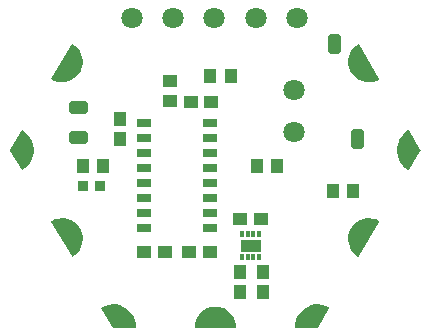
<source format=gbr>
G04 EAGLE Gerber RS-274X export*
G75*
%MOMM*%
%FSLAX34Y34*%
%LPD*%
%INSoldermask Top*%
%IPPOS*%
%AMOC8*
5,1,8,0,0,1.08239X$1,22.5*%
G01*
%ADD10R,0.901600X0.901600*%
%ADD11R,1.101600X1.201600*%
%ADD12C,0.605878*%
%ADD13C,1.101600*%
%ADD14R,1.301600X0.701600*%
%ADD15R,1.201600X1.101600*%
%ADD16C,1.801600*%
%ADD17R,0.351600X0.601600*%
%ADD18R,1.701600X1.001600*%

G36*
X363231Y195709D02*
X363231Y195709D01*
X363260Y195706D01*
X363327Y195728D01*
X363397Y195742D01*
X363421Y195759D01*
X363449Y195768D01*
X363502Y195815D01*
X363561Y195855D01*
X363577Y195879D01*
X363599Y195899D01*
X363630Y195963D01*
X363668Y196022D01*
X363673Y196051D01*
X363685Y196077D01*
X363694Y196177D01*
X363701Y196219D01*
X363698Y196229D01*
X363700Y196243D01*
X363468Y199041D01*
X363458Y199075D01*
X363454Y199123D01*
X362765Y201844D01*
X362750Y201876D01*
X362738Y201922D01*
X361610Y204494D01*
X361590Y204522D01*
X361571Y204566D01*
X360035Y206917D01*
X360011Y206941D01*
X359985Y206982D01*
X358083Y209047D01*
X358055Y209068D01*
X358022Y209103D01*
X355807Y210828D01*
X355776Y210843D01*
X355738Y210873D01*
X353268Y212209D01*
X353235Y212219D01*
X353193Y212242D01*
X352007Y212650D01*
X350553Y213149D01*
X350537Y213154D01*
X350503Y213159D01*
X350457Y213174D01*
X347688Y213636D01*
X347653Y213635D01*
X347606Y213643D01*
X344798Y213643D01*
X344764Y213636D01*
X344716Y213636D01*
X341947Y213174D01*
X341914Y213162D01*
X341867Y213154D01*
X339211Y212242D01*
X339181Y212225D01*
X339136Y212209D01*
X336666Y210873D01*
X336640Y210851D01*
X336597Y210828D01*
X334382Y209103D01*
X334359Y209077D01*
X334321Y209047D01*
X332419Y206982D01*
X332401Y206952D01*
X332369Y206917D01*
X330833Y204566D01*
X330820Y204534D01*
X330794Y204494D01*
X329666Y201922D01*
X329659Y201889D01*
X329656Y201882D01*
X329650Y201873D01*
X329649Y201867D01*
X329639Y201844D01*
X328950Y199123D01*
X328948Y199088D01*
X328936Y199041D01*
X328704Y196243D01*
X328708Y196214D01*
X328703Y196185D01*
X328720Y196116D01*
X328728Y196046D01*
X328742Y196020D01*
X328749Y195992D01*
X328791Y195935D01*
X328826Y195873D01*
X328850Y195855D01*
X328867Y195832D01*
X328928Y195796D01*
X328985Y195753D01*
X329013Y195745D01*
X329038Y195730D01*
X329136Y195714D01*
X329177Y195703D01*
X329188Y195705D01*
X329202Y195703D01*
X363202Y195703D01*
X363231Y195709D01*
G37*
G36*
X224809Y256012D02*
X224809Y256012D01*
X224880Y256009D01*
X224907Y256019D01*
X224936Y256021D01*
X225026Y256063D01*
X225066Y256078D01*
X225074Y256086D01*
X225087Y256092D01*
X227390Y257691D01*
X227414Y257717D01*
X227454Y257744D01*
X229463Y259701D01*
X229482Y259730D01*
X229517Y259763D01*
X231176Y262024D01*
X231191Y262055D01*
X231220Y262094D01*
X232484Y264597D01*
X232493Y264631D01*
X232515Y264674D01*
X233351Y267351D01*
X233354Y267385D01*
X233369Y267431D01*
X233752Y270210D01*
X233750Y270244D01*
X233756Y270292D01*
X233677Y273095D01*
X233669Y273129D01*
X233668Y273177D01*
X233129Y275929D01*
X233115Y275961D01*
X233106Y276009D01*
X232121Y278634D01*
X232106Y278659D01*
X232101Y278679D01*
X232093Y278690D01*
X232086Y278709D01*
X230682Y281137D01*
X230659Y281163D01*
X230635Y281205D01*
X228851Y283368D01*
X228824Y283390D01*
X228793Y283427D01*
X226677Y285268D01*
X226647Y285285D01*
X226611Y285317D01*
X224220Y286784D01*
X224188Y286795D01*
X224147Y286821D01*
X221548Y287874D01*
X221514Y287881D01*
X221469Y287899D01*
X218732Y288510D01*
X218697Y288511D01*
X218650Y288522D01*
X215850Y288674D01*
X215816Y288669D01*
X215768Y288672D01*
X212980Y288362D01*
X212947Y288351D01*
X212899Y288346D01*
X210201Y287581D01*
X210171Y287565D01*
X210124Y287552D01*
X207589Y286353D01*
X207565Y286336D01*
X207538Y286326D01*
X207486Y286277D01*
X207429Y286234D01*
X207415Y286209D01*
X207394Y286189D01*
X207365Y286124D01*
X207329Y286063D01*
X207326Y286034D01*
X207314Y286007D01*
X207313Y285936D01*
X207304Y285865D01*
X207312Y285837D01*
X207312Y285808D01*
X207346Y285715D01*
X207358Y285674D01*
X207365Y285665D01*
X207370Y285652D01*
X224370Y256252D01*
X224389Y256230D01*
X224402Y256204D01*
X224455Y256156D01*
X224502Y256103D01*
X224528Y256091D01*
X224550Y256071D01*
X224617Y256048D01*
X224681Y256018D01*
X224710Y256016D01*
X224738Y256007D01*
X224809Y256012D01*
G37*
G36*
X476588Y403735D02*
X476588Y403735D01*
X476636Y403732D01*
X479424Y404042D01*
X479457Y404053D01*
X479505Y404058D01*
X482203Y404823D01*
X482233Y404839D01*
X482280Y404852D01*
X484815Y406051D01*
X484839Y406068D01*
X484866Y406078D01*
X484918Y406127D01*
X484975Y406170D01*
X484989Y406195D01*
X485011Y406215D01*
X485039Y406280D01*
X485075Y406342D01*
X485078Y406370D01*
X485090Y406397D01*
X485091Y406468D01*
X485100Y406539D01*
X485092Y406567D01*
X485092Y406596D01*
X485058Y406689D01*
X485046Y406730D01*
X485039Y406739D01*
X485034Y406752D01*
X468034Y436152D01*
X468015Y436174D01*
X468002Y436200D01*
X467949Y436248D01*
X467902Y436301D01*
X467876Y436313D01*
X467854Y436333D01*
X467787Y436356D01*
X467723Y436386D01*
X467694Y436388D01*
X467666Y436397D01*
X467595Y436392D01*
X467524Y436395D01*
X467497Y436385D01*
X467468Y436383D01*
X467378Y436341D01*
X467338Y436326D01*
X467330Y436318D01*
X467317Y436312D01*
X465014Y434713D01*
X464990Y434688D01*
X464950Y434660D01*
X462941Y432703D01*
X462922Y432674D01*
X462887Y432641D01*
X461228Y430380D01*
X461213Y430349D01*
X461184Y430310D01*
X459920Y427807D01*
X459911Y427773D01*
X459889Y427730D01*
X459053Y425053D01*
X459050Y425019D01*
X459035Y424973D01*
X458652Y422194D01*
X458654Y422160D01*
X458648Y422112D01*
X458727Y419309D01*
X458735Y419275D01*
X458736Y419227D01*
X459275Y416475D01*
X459289Y416443D01*
X459298Y416395D01*
X460283Y413770D01*
X460301Y413740D01*
X460318Y413695D01*
X461722Y411267D01*
X461745Y411241D01*
X461769Y411200D01*
X463553Y409036D01*
X463580Y409014D01*
X463611Y408977D01*
X465727Y407136D01*
X465757Y407119D01*
X465793Y407088D01*
X468184Y405620D01*
X468216Y405609D01*
X468257Y405583D01*
X470856Y404530D01*
X470890Y404523D01*
X470935Y404505D01*
X473672Y403894D01*
X473707Y403893D01*
X473754Y403882D01*
X476554Y403730D01*
X476588Y403735D01*
G37*
G36*
X467628Y256013D02*
X467628Y256013D01*
X467699Y256012D01*
X467726Y256023D01*
X467755Y256027D01*
X467817Y256061D01*
X467882Y256089D01*
X467903Y256110D01*
X467928Y256124D01*
X467991Y256200D01*
X468021Y256231D01*
X468025Y256241D01*
X468034Y256252D01*
X485034Y285652D01*
X485043Y285680D01*
X485060Y285704D01*
X485075Y285773D01*
X485097Y285841D01*
X485095Y285870D01*
X485101Y285898D01*
X485088Y285968D01*
X485082Y286039D01*
X485069Y286065D01*
X485063Y286093D01*
X485023Y286152D01*
X484991Y286215D01*
X484968Y286234D01*
X484952Y286258D01*
X484870Y286315D01*
X484837Y286342D01*
X484827Y286345D01*
X484815Y286353D01*
X482280Y287552D01*
X482246Y287560D01*
X482203Y287581D01*
X479505Y288346D01*
X479470Y288348D01*
X479424Y288362D01*
X476636Y288672D01*
X476602Y288669D01*
X476554Y288674D01*
X473754Y288522D01*
X473720Y288513D01*
X473672Y288510D01*
X470935Y287899D01*
X470903Y287885D01*
X470856Y287874D01*
X468257Y286821D01*
X468228Y286802D01*
X468184Y286784D01*
X465793Y285317D01*
X465768Y285293D01*
X465727Y285268D01*
X463611Y283427D01*
X463590Y283400D01*
X463553Y283368D01*
X461769Y281205D01*
X461753Y281174D01*
X461722Y281137D01*
X460318Y278709D01*
X460307Y278676D01*
X460300Y278663D01*
X460290Y278649D01*
X460290Y278646D01*
X460283Y278634D01*
X459298Y276009D01*
X459292Y275974D01*
X459275Y275929D01*
X458736Y273177D01*
X458736Y273143D01*
X458727Y273095D01*
X458648Y270292D01*
X458654Y270258D01*
X458652Y270210D01*
X459035Y267431D01*
X459047Y267399D01*
X459053Y267351D01*
X459889Y264674D01*
X459906Y264643D01*
X459920Y264597D01*
X461184Y262094D01*
X461206Y262067D01*
X461228Y262024D01*
X462887Y259763D01*
X462913Y259740D01*
X462941Y259701D01*
X464950Y257744D01*
X464979Y257725D01*
X465014Y257691D01*
X467317Y256092D01*
X467344Y256080D01*
X467367Y256062D01*
X467435Y256041D01*
X467500Y256013D01*
X467529Y256013D01*
X467557Y256005D01*
X467628Y256013D01*
G37*
G36*
X218650Y403882D02*
X218650Y403882D01*
X218684Y403891D01*
X218732Y403894D01*
X221469Y404505D01*
X221501Y404519D01*
X221548Y404530D01*
X224147Y405583D01*
X224176Y405602D01*
X224220Y405620D01*
X226611Y407088D01*
X226636Y407111D01*
X226677Y407136D01*
X228793Y408977D01*
X228814Y409004D01*
X228851Y409036D01*
X230635Y411200D01*
X230651Y411230D01*
X230682Y411267D01*
X232086Y413695D01*
X232097Y413728D01*
X232121Y413770D01*
X233106Y416395D01*
X233112Y416430D01*
X233129Y416475D01*
X233668Y419227D01*
X233668Y419262D01*
X233677Y419309D01*
X233756Y422112D01*
X233751Y422146D01*
X233752Y422194D01*
X233369Y424973D01*
X233357Y425005D01*
X233351Y425053D01*
X232515Y427730D01*
X232498Y427761D01*
X232484Y427807D01*
X231220Y430310D01*
X231198Y430337D01*
X231176Y430380D01*
X229517Y432641D01*
X229491Y432664D01*
X229463Y432703D01*
X227454Y434660D01*
X227425Y434679D01*
X227390Y434713D01*
X225087Y436312D01*
X225060Y436324D01*
X225037Y436342D01*
X224969Y436363D01*
X224904Y436391D01*
X224875Y436391D01*
X224847Y436399D01*
X224776Y436391D01*
X224705Y436392D01*
X224678Y436381D01*
X224649Y436377D01*
X224587Y436343D01*
X224522Y436315D01*
X224501Y436294D01*
X224476Y436280D01*
X224413Y436204D01*
X224383Y436173D01*
X224379Y436163D01*
X224370Y436152D01*
X207370Y406752D01*
X207361Y406724D01*
X207344Y406700D01*
X207329Y406631D01*
X207307Y406563D01*
X207309Y406534D01*
X207303Y406506D01*
X207316Y406436D01*
X207322Y406365D01*
X207335Y406339D01*
X207341Y406311D01*
X207381Y406252D01*
X207413Y406189D01*
X207436Y406170D01*
X207452Y406146D01*
X207534Y406089D01*
X207567Y406062D01*
X207577Y406059D01*
X207589Y406051D01*
X210124Y404852D01*
X210158Y404844D01*
X210201Y404823D01*
X212899Y404058D01*
X212934Y404056D01*
X212980Y404042D01*
X215768Y403732D01*
X215802Y403735D01*
X215850Y403730D01*
X218650Y403882D01*
G37*
G36*
X509929Y329213D02*
X509929Y329213D01*
X510000Y329213D01*
X510027Y329224D01*
X510056Y329227D01*
X510118Y329262D01*
X510183Y329290D01*
X510204Y329310D01*
X510229Y329325D01*
X510292Y329402D01*
X510322Y329432D01*
X510326Y329442D01*
X510335Y329453D01*
X519835Y345953D01*
X519845Y345985D01*
X519854Y345998D01*
X519858Y346022D01*
X519859Y346026D01*
X519890Y346096D01*
X519890Y346120D01*
X519898Y346142D01*
X519892Y346218D01*
X519893Y346295D01*
X519883Y346319D01*
X519882Y346340D01*
X519861Y346379D01*
X519835Y346451D01*
X510335Y362951D01*
X510316Y362973D01*
X510303Y362999D01*
X510250Y363047D01*
X510203Y363100D01*
X510177Y363113D01*
X510156Y363132D01*
X510088Y363155D01*
X510024Y363186D01*
X509995Y363188D01*
X509968Y363197D01*
X509896Y363192D01*
X509825Y363195D01*
X509798Y363185D01*
X509769Y363183D01*
X509679Y363141D01*
X509639Y363126D01*
X509631Y363119D01*
X509618Y363113D01*
X507095Y361371D01*
X507071Y361347D01*
X507033Y361320D01*
X504821Y359196D01*
X504802Y359168D01*
X504768Y359136D01*
X502926Y356685D01*
X502912Y356654D01*
X502883Y356617D01*
X501458Y353902D01*
X501449Y353871D01*
X501433Y353846D01*
X501432Y353838D01*
X501427Y353828D01*
X500456Y350920D01*
X500452Y350886D01*
X500437Y350842D01*
X499945Y347815D01*
X499946Y347781D01*
X499938Y347735D01*
X499938Y344669D01*
X499939Y344665D01*
X499939Y344663D01*
X499945Y344636D01*
X499945Y344589D01*
X500437Y341562D01*
X500449Y341531D01*
X500456Y341484D01*
X501427Y338576D01*
X501444Y338547D01*
X501458Y338502D01*
X502883Y335787D01*
X502905Y335761D01*
X502926Y335719D01*
X504768Y333268D01*
X504793Y333245D01*
X504821Y333208D01*
X507033Y331084D01*
X507061Y331066D01*
X507095Y331033D01*
X509618Y329291D01*
X509645Y329280D01*
X509667Y329261D01*
X509736Y329241D01*
X509801Y329213D01*
X509830Y329213D01*
X509858Y329205D01*
X509929Y329213D01*
G37*
G36*
X182508Y329212D02*
X182508Y329212D01*
X182579Y329209D01*
X182606Y329219D01*
X182635Y329221D01*
X182725Y329263D01*
X182765Y329278D01*
X182773Y329285D01*
X182786Y329291D01*
X185309Y331033D01*
X185333Y331057D01*
X185371Y331084D01*
X187583Y333208D01*
X187602Y333236D01*
X187636Y333268D01*
X189478Y335719D01*
X189492Y335750D01*
X189521Y335787D01*
X190946Y338502D01*
X190955Y338535D01*
X190977Y338576D01*
X191948Y341484D01*
X191952Y341518D01*
X191967Y341562D01*
X192459Y344589D01*
X192458Y344623D01*
X192466Y344669D01*
X192466Y347735D01*
X192459Y347768D01*
X192459Y347815D01*
X191967Y350842D01*
X191955Y350873D01*
X191948Y350920D01*
X190977Y353828D01*
X190964Y353851D01*
X190958Y353876D01*
X190951Y353885D01*
X190946Y353902D01*
X189521Y356617D01*
X189499Y356643D01*
X189478Y356685D01*
X187636Y359136D01*
X187611Y359159D01*
X187583Y359196D01*
X185371Y361320D01*
X185343Y361338D01*
X185309Y361371D01*
X182786Y363113D01*
X182759Y363124D01*
X182737Y363143D01*
X182668Y363163D01*
X182603Y363191D01*
X182574Y363191D01*
X182546Y363199D01*
X182475Y363191D01*
X182404Y363192D01*
X182377Y363180D01*
X182348Y363177D01*
X182286Y363142D01*
X182221Y363114D01*
X182200Y363094D01*
X182175Y363079D01*
X182112Y363002D01*
X182082Y362972D01*
X182078Y362962D01*
X182069Y362951D01*
X172569Y346451D01*
X172545Y346378D01*
X172514Y346308D01*
X172514Y346284D01*
X172506Y346262D01*
X172513Y346186D01*
X172512Y346109D01*
X172521Y346085D01*
X172522Y346064D01*
X172543Y346025D01*
X172562Y345973D01*
X172563Y345967D01*
X172565Y345965D01*
X172569Y345953D01*
X182069Y329453D01*
X182088Y329431D01*
X182101Y329405D01*
X182154Y329357D01*
X182201Y329304D01*
X182227Y329291D01*
X182249Y329272D01*
X182316Y329249D01*
X182380Y329218D01*
X182409Y329217D01*
X182436Y329207D01*
X182508Y329212D01*
G37*
G36*
X432878Y195718D02*
X432878Y195718D01*
X432956Y195727D01*
X432975Y195738D01*
X432997Y195742D01*
X433061Y195786D01*
X433129Y195825D01*
X433145Y195844D01*
X433161Y195855D01*
X433185Y195893D01*
X433235Y195953D01*
X442735Y212453D01*
X442744Y212480D01*
X442760Y212504D01*
X442775Y212574D01*
X442798Y212642D01*
X442795Y212670D01*
X442801Y212698D01*
X442788Y212769D01*
X442782Y212840D01*
X442769Y212865D01*
X442763Y212893D01*
X442723Y212953D01*
X442690Y213016D01*
X442668Y213034D01*
X442652Y213058D01*
X442569Y213116D01*
X442537Y213143D01*
X442526Y213146D01*
X442516Y213153D01*
X439750Y214462D01*
X439717Y214470D01*
X439674Y214490D01*
X436734Y215338D01*
X436700Y215341D01*
X436656Y215354D01*
X433618Y215719D01*
X433584Y215716D01*
X433537Y215722D01*
X430480Y215595D01*
X430447Y215587D01*
X430400Y215586D01*
X427403Y214970D01*
X427372Y214957D01*
X427326Y214948D01*
X424466Y213859D01*
X424438Y213841D01*
X424394Y213825D01*
X421746Y212291D01*
X421720Y212269D01*
X421680Y212246D01*
X419312Y210308D01*
X419290Y210281D01*
X419254Y210252D01*
X417227Y207959D01*
X417211Y207930D01*
X417179Y207895D01*
X415547Y205307D01*
X415535Y205275D01*
X415510Y205236D01*
X414314Y202419D01*
X414307Y202386D01*
X414304Y202379D01*
X414300Y202373D01*
X414299Y202367D01*
X414288Y202343D01*
X413560Y199371D01*
X413558Y199337D01*
X413547Y199292D01*
X413304Y196242D01*
X413308Y196213D01*
X413303Y196185D01*
X413320Y196116D01*
X413328Y196044D01*
X413343Y196020D01*
X413349Y195992D01*
X413392Y195934D01*
X413428Y195872D01*
X413450Y195855D01*
X413467Y195832D01*
X413529Y195795D01*
X413586Y195752D01*
X413614Y195745D01*
X413638Y195730D01*
X413738Y195714D01*
X413779Y195703D01*
X413789Y195705D01*
X413802Y195703D01*
X432802Y195703D01*
X432878Y195718D01*
G37*
G36*
X278630Y195708D02*
X278630Y195708D01*
X278658Y195706D01*
X278726Y195728D01*
X278797Y195742D01*
X278820Y195758D01*
X278847Y195767D01*
X278902Y195814D01*
X278961Y195855D01*
X278976Y195879D01*
X278998Y195897D01*
X279029Y195962D01*
X279068Y196022D01*
X279073Y196050D01*
X279085Y196076D01*
X279094Y196177D01*
X279101Y196219D01*
X279099Y196229D01*
X279100Y196242D01*
X278857Y199292D01*
X278848Y199324D01*
X278844Y199371D01*
X278116Y202343D01*
X278101Y202374D01*
X278090Y202419D01*
X276894Y205236D01*
X276875Y205264D01*
X276857Y205307D01*
X275225Y207895D01*
X275201Y207919D01*
X275177Y207959D01*
X273150Y210252D01*
X273123Y210272D01*
X273092Y210308D01*
X270725Y212246D01*
X270694Y212262D01*
X270658Y212291D01*
X268010Y213825D01*
X267978Y213835D01*
X267938Y213859D01*
X265078Y214948D01*
X265045Y214953D01*
X265001Y214970D01*
X262004Y215586D01*
X261970Y215586D01*
X261924Y215595D01*
X258867Y215722D01*
X258833Y215717D01*
X258786Y215719D01*
X255748Y215354D01*
X255716Y215343D01*
X255670Y215338D01*
X252730Y214490D01*
X252700Y214474D01*
X252655Y214462D01*
X249889Y213153D01*
X249866Y213136D01*
X249839Y213126D01*
X249787Y213077D01*
X249729Y213034D01*
X249715Y213009D01*
X249694Y212990D01*
X249665Y212924D01*
X249629Y212862D01*
X249626Y212834D01*
X249614Y212808D01*
X249613Y212736D01*
X249604Y212665D01*
X249612Y212638D01*
X249612Y212609D01*
X249647Y212514D01*
X249658Y212474D01*
X249665Y212465D01*
X249669Y212453D01*
X259169Y195953D01*
X259221Y195895D01*
X259267Y195832D01*
X259286Y195821D01*
X259301Y195804D01*
X259371Y195770D01*
X259438Y195730D01*
X259463Y195726D01*
X259480Y195718D01*
X259525Y195716D01*
X259602Y195703D01*
X278602Y195703D01*
X278630Y195708D01*
G37*
D10*
X233800Y315976D03*
X248800Y315976D03*
D11*
X445607Y311658D03*
X462607Y311658D03*
X233816Y333120D03*
X250816Y333120D03*
D12*
X235349Y360111D02*
X224391Y360111D01*
X235349Y360111D02*
X235349Y355153D01*
X224391Y355153D01*
X224391Y360111D01*
X224391Y380553D02*
X235349Y380553D01*
X224391Y380553D02*
X224391Y385511D01*
X235349Y385511D01*
X235349Y380553D01*
X449011Y431401D02*
X449011Y442359D01*
X449011Y431401D02*
X444053Y431401D01*
X444053Y442359D01*
X449011Y442359D01*
X449011Y437157D02*
X444053Y437157D01*
X468569Y361841D02*
X468569Y350883D01*
X463611Y350883D01*
X463611Y361841D01*
X468569Y361841D01*
X468569Y356639D02*
X463611Y356639D01*
D13*
X511402Y346202D03*
X428802Y203102D03*
X263602Y203102D03*
X181002Y346202D03*
X470102Y417702D03*
X470102Y274702D03*
X346202Y203102D03*
X222302Y274702D03*
X222302Y417702D03*
D14*
X341690Y280670D03*
X341690Y293370D03*
X341690Y306070D03*
X341690Y318770D03*
X341690Y331470D03*
X341690Y344170D03*
X341690Y356870D03*
X341690Y369570D03*
X285690Y369570D03*
X285690Y356870D03*
X285690Y344170D03*
X285690Y331470D03*
X285690Y318770D03*
X285690Y306070D03*
X285690Y293370D03*
X285690Y280670D03*
D15*
X341240Y260350D03*
X324240Y260350D03*
X286140Y260350D03*
X303140Y260350D03*
D11*
X367030Y243450D03*
X367030Y226450D03*
X342020Y408940D03*
X359020Y408940D03*
D15*
X325510Y387350D03*
X342510Y387350D03*
D11*
X265430Y372990D03*
X265430Y355990D03*
D15*
X307340Y387740D03*
X307340Y404740D03*
D11*
X381390Y332740D03*
X398390Y332740D03*
D16*
X275290Y458010D03*
X310290Y458010D03*
X345290Y458010D03*
X380290Y458010D03*
X415290Y458010D03*
X412830Y396950D03*
X412830Y361950D03*
D17*
X383420Y274930D03*
X378420Y274930D03*
X373420Y274930D03*
X368420Y274930D03*
X368420Y255930D03*
X373420Y255930D03*
X378420Y255930D03*
X383420Y255930D03*
D18*
X375920Y265430D03*
D11*
X386080Y243450D03*
X386080Y226450D03*
D15*
X367420Y288290D03*
X384420Y288290D03*
M02*

</source>
